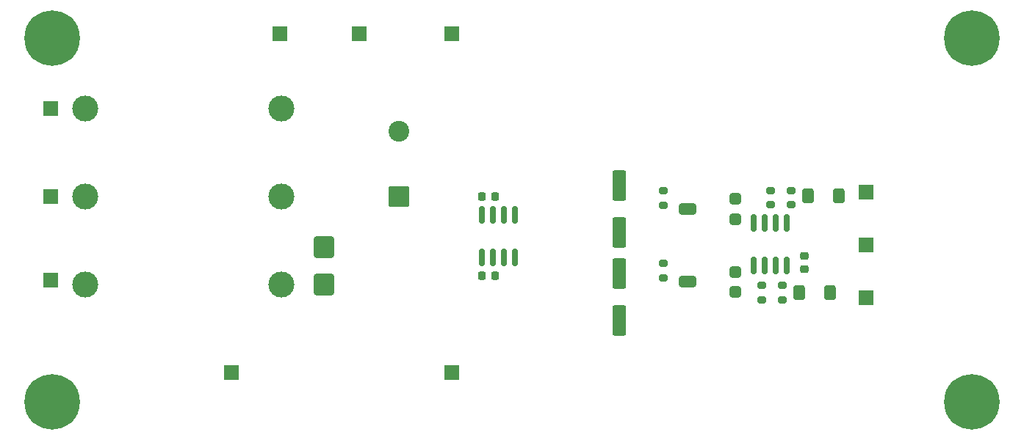
<source format=gbr>
%TF.GenerationSoftware,KiCad,Pcbnew,9.0.6-1.fc43app1*%
%TF.CreationDate,2025-12-27T19:53:41+01:00*%
%TF.ProjectId,VuMeterBoard,56754d65-7465-4724-926f-6172642e6b69,rev?*%
%TF.SameCoordinates,Original*%
%TF.FileFunction,Soldermask,Top*%
%TF.FilePolarity,Negative*%
%FSLAX46Y46*%
G04 Gerber Fmt 4.6, Leading zero omitted, Abs format (unit mm)*
G04 Created by KiCad (PCBNEW 9.0.6-1.fc43app1) date 2025-12-27 19:53:41*
%MOMM*%
%LPD*%
G01*
G04 APERTURE LIST*
G04 Aperture macros list*
%AMRoundRect*
0 Rectangle with rounded corners*
0 $1 Rounding radius*
0 $2 $3 $4 $5 $6 $7 $8 $9 X,Y pos of 4 corners*
0 Add a 4 corners polygon primitive as box body*
4,1,4,$2,$3,$4,$5,$6,$7,$8,$9,$2,$3,0*
0 Add four circle primitives for the rounded corners*
1,1,$1+$1,$2,$3*
1,1,$1+$1,$4,$5*
1,1,$1+$1,$6,$7*
1,1,$1+$1,$8,$9*
0 Add four rect primitives between the rounded corners*
20,1,$1+$1,$2,$3,$4,$5,0*
20,1,$1+$1,$4,$5,$6,$7,0*
20,1,$1+$1,$6,$7,$8,$9,0*
20,1,$1+$1,$8,$9,$2,$3,0*%
G04 Aperture macros list end*
%ADD10RoundRect,0.225000X0.250000X-0.225000X0.250000X0.225000X-0.250000X0.225000X-0.250000X-0.225000X0*%
%ADD11C,0.800000*%
%ADD12C,6.400000*%
%ADD13RoundRect,0.250001X0.949999X-0.949999X0.949999X0.949999X-0.949999X0.949999X-0.949999X-0.949999X0*%
%ADD14C,2.400000*%
%ADD15RoundRect,0.225000X-0.225000X-0.250000X0.225000X-0.250000X0.225000X0.250000X-0.225000X0.250000X0*%
%ADD16RoundRect,0.150000X0.150000X-0.825000X0.150000X0.825000X-0.150000X0.825000X-0.150000X-0.825000X0*%
%ADD17RoundRect,0.250000X-0.900000X1.000000X-0.900000X-1.000000X0.900000X-1.000000X0.900000X1.000000X0*%
%ADD18R,1.700000X1.700000*%
%ADD19RoundRect,0.250000X0.550000X-1.500000X0.550000X1.500000X-0.550000X1.500000X-0.550000X-1.500000X0*%
%ADD20RoundRect,0.200000X0.275000X-0.200000X0.275000X0.200000X-0.275000X0.200000X-0.275000X-0.200000X0*%
%ADD21C,3.000000*%
%ADD22RoundRect,0.250000X-0.400000X-0.400000X0.400000X-0.400000X0.400000X0.400000X-0.400000X0.400000X0*%
%ADD23RoundRect,0.250000X-0.750000X-0.400000X0.750000X-0.400000X0.750000X0.400000X-0.750000X0.400000X0*%
%ADD24RoundRect,0.200000X-0.275000X0.200000X-0.275000X-0.200000X0.275000X-0.200000X0.275000X0.200000X0*%
%ADD25RoundRect,0.250000X0.400000X0.600000X-0.400000X0.600000X-0.400000X-0.600000X0.400000X-0.600000X0*%
%ADD26RoundRect,0.150000X-0.150000X0.825000X-0.150000X-0.825000X0.150000X-0.825000X0.150000X0.825000X0*%
G04 APERTURE END LIST*
D10*
%TO.C,C6*%
X197564500Y-106899500D03*
X197564500Y-105349500D03*
%TD*%
D11*
%TO.C,H4*%
X214436500Y-122216500D03*
X215139444Y-120519444D03*
X215139444Y-123913556D03*
X216836500Y-119816500D03*
D12*
X216836500Y-122216500D03*
D11*
X216836500Y-124616500D03*
X218533556Y-120519444D03*
X218533556Y-123913556D03*
X219236500Y-122216500D03*
%TD*%
%TO.C,H3*%
X108436500Y-122216500D03*
X109139444Y-120519444D03*
X109139444Y-123913556D03*
X110836500Y-119816500D03*
D12*
X110836500Y-122216500D03*
D11*
X110836500Y-124616500D03*
X112533556Y-120519444D03*
X112533556Y-123913556D03*
X113236500Y-122216500D03*
%TD*%
%TO.C,H2*%
X214436500Y-80216500D03*
X215139444Y-78519444D03*
X215139444Y-81913556D03*
X216836500Y-77816500D03*
D12*
X216836500Y-80216500D03*
D11*
X216836500Y-82616500D03*
X218533556Y-78519444D03*
X218533556Y-81913556D03*
X219236500Y-80216500D03*
%TD*%
%TO.C,H1*%
X108436500Y-80216500D03*
X109139444Y-78519444D03*
X109139444Y-81913556D03*
X110836500Y-77816500D03*
D12*
X110836500Y-80216500D03*
D11*
X110836500Y-82616500D03*
X112533556Y-78519444D03*
X112533556Y-81913556D03*
X113236500Y-80216500D03*
%TD*%
D13*
%TO.C,C5*%
X150828500Y-98504500D03*
D14*
X150828500Y-91004500D03*
%TD*%
D15*
%TO.C,C1*%
X160382500Y-98504500D03*
X161932500Y-98504500D03*
%TD*%
D16*
%TO.C,U1*%
X160382500Y-100601500D03*
X161652500Y-100601500D03*
X162922500Y-100601500D03*
X164192500Y-100601500D03*
X164192500Y-105551500D03*
X162922500Y-105551500D03*
X161652500Y-105551500D03*
X160382500Y-105551500D03*
%TD*%
D17*
%TO.C,D3*%
X142192500Y-108664500D03*
X142192500Y-104364500D03*
%TD*%
D18*
%TO.C,J8*%
X156924500Y-79708500D03*
%TD*%
D19*
%TO.C,C4*%
X176165500Y-112823500D03*
X176165500Y-107423500D03*
%TD*%
D20*
%TO.C,R4*%
X195977500Y-99455500D03*
X195977500Y-97805500D03*
%TD*%
D18*
%TO.C,J10*%
X204676500Y-104092500D03*
%TD*%
D21*
%TO.C,F006*%
X114636500Y-108664500D03*
X137236500Y-108664500D03*
%TD*%
D18*
%TO.C,J4*%
X110696500Y-98504500D03*
%TD*%
D22*
%TO.C,R2*%
X189583500Y-98813500D03*
D23*
X184083500Y-99963500D03*
D22*
X189583500Y-101113500D03*
%TD*%
D18*
%TO.C,J11*%
X204676500Y-97996500D03*
%TD*%
%TO.C,J3*%
X146256500Y-79708500D03*
%TD*%
%TO.C,J5*%
X131524500Y-118824500D03*
%TD*%
D24*
%TO.C,R7*%
X192612500Y-108790500D03*
X192612500Y-110440500D03*
%TD*%
D25*
%TO.C,D2*%
X200458500Y-109615500D03*
X196958500Y-109615500D03*
%TD*%
D22*
%TO.C,R6*%
X189583500Y-107201500D03*
D23*
X184083500Y-108351500D03*
D22*
X189583500Y-109501500D03*
%TD*%
D18*
%TO.C,J6*%
X110696500Y-108156500D03*
%TD*%
D19*
%TO.C,C3*%
X176165500Y-102663500D03*
X176165500Y-97263500D03*
%TD*%
D15*
%TO.C,C2*%
X160382500Y-107648500D03*
X161932500Y-107648500D03*
%TD*%
D18*
%TO.C,J1*%
X137112500Y-79708500D03*
%TD*%
D20*
%TO.C,R3*%
X193628500Y-99455500D03*
X193628500Y-97805500D03*
%TD*%
D21*
%TO.C,F002*%
X114636500Y-88344500D03*
X137236500Y-88344500D03*
%TD*%
D25*
%TO.C,D1*%
X201474500Y-98439500D03*
X197974500Y-98439500D03*
%TD*%
D21*
%TO.C,F003*%
X114636500Y-98504500D03*
X137236500Y-98504500D03*
%TD*%
D24*
%TO.C,R5*%
X181245500Y-106256500D03*
X181245500Y-107906500D03*
%TD*%
D18*
%TO.C,J7*%
X156924500Y-118824500D03*
%TD*%
%TO.C,J9*%
X204676500Y-110188500D03*
%TD*%
D24*
%TO.C,R8*%
X194961500Y-108790500D03*
X194961500Y-110440500D03*
%TD*%
D18*
%TO.C,J2*%
X110696500Y-88344500D03*
%TD*%
D24*
%TO.C,R1*%
X181245500Y-97868500D03*
X181245500Y-99518500D03*
%TD*%
D26*
%TO.C,U2*%
X195532500Y-101552500D03*
X194262500Y-101552500D03*
X192992500Y-101552500D03*
X191722500Y-101552500D03*
X191722500Y-106502500D03*
X192992500Y-106502500D03*
X194262500Y-106502500D03*
X195532500Y-106502500D03*
%TD*%
M02*

</source>
